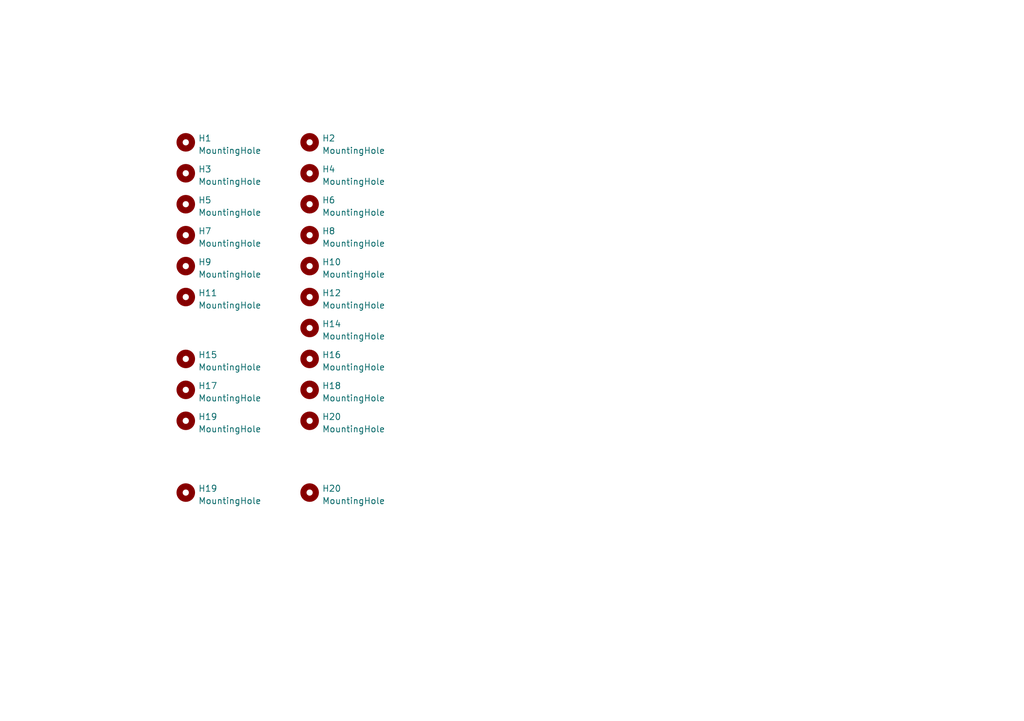
<source format=kicad_sch>
(kicad_sch (version 20231120) (generator "eeschema") (generator_version "8.0")
  (paper "A5")
  (lib_symbols
    (symbol "Mechanical:MountingHole" (pin_names (offset 1.016))
      (property "Reference" "H" (at 0 5.08 0))
      (property "Value" "MountingHole" (at 0 3.175 0))
      (symbol "MountingHole_0_1"
        (circle (center 0 0) (radius 1.27) (stroke (width 1.27)))
      )
    )
  )
  (symbol (lib_id "Mechanical:MountingHole") (at 63.5 73.66 0) (unit 1)
    (property "Reference" "H16" (at 66.04 72.8253 0) (effects (justify left)))
    (property "Value" "MountingHole" (at 66.04 75.3622 0) (effects (justify left)))
    (property "Footprint" "cipulot_parts:HOLE_M2 (no arrow)" (effects (hide yes)))
    (instances (project "the-nicholas-van" (path "" (reference "H16") (unit 1)) (path "" (reference "H16") (unit 1))) (project "travaulta" (path "" (reference "H16") (unit 1))) (project "pandemonium EC 2 Layer" (path "" (reference "H16") (unit 1))) (project "EC60" (path "" (reference "H1") (unit 1))) (project "forti EC" (path "" (reference "H16") (unit 1))))
  )
  (symbol (lib_id "Mechanical:MountingHole") (at 38.1 86.36 0) (unit 1)
    (property "Reference" "H19" (at 40.64 85.5253 0) (effects (justify left)))
    (property "Value" "MountingHole" (at 40.64 88.0622 0) (effects (justify left)))
    (property "Footprint" "cipulot_parts:HOLE_M2 (no arrow)" (effects (hide yes)))
    (instances (project "the-nicholas-van" (path "" (reference "H19") (unit 1)) (path "" (reference "H19") (unit 1))) (project "travaulta" (path "" (reference "H5") (unit 1))) (project "pandemonium EC 2 Layer" (path "" (reference "H19") (unit 1))) (project "EC60" (path "" (reference "H1") (unit 1))) (project "forti EC" (path "" (reference "H19") (unit 1))))
  )
  (symbol (lib_id "Mechanical:MountingHole") (at 38.1 60.96 0) (unit 1)
    (property "Reference" "H11" (at 40.64 60.1253 0) (effects (justify left)))
    (property "Value" "MountingHole" (at 40.64 62.6622 0) (effects (justify left)))
    (property "Footprint" "cipulot_parts:HOLE_M2 (no arrow)" (effects (hide yes)))
    (instances (project "the-nicholas-van" (path "" (reference "H11") (unit 1)) (path "" (reference "H11") (unit 1))) (project "travaulta" (path "" (reference "H6") (unit 1))) (project "pandemonium EC 2 Layer" (path "" (reference "H11") (unit 1))) (project "EC60" (path "" (reference "H1") (unit 1))) (project "forti EC" (path "" (reference "H11") (unit 1))))
  )
  (symbol (lib_id "Mechanical:MountingHole") (at 38.1 73.66 0) (unit 1)
    (property "Reference" "H15" (at 40.64 72.8253 0) (effects (justify left)))
    (property "Value" "MountingHole" (at 40.64 75.3622 0) (effects (justify left)))
    (property "Footprint" "cipulot_parts:HOLE_M2 (no arrow)" (effects (hide yes)))
    (instances (project "the-nicholas-van" (path "" (reference "H15") (unit 1)) (path "" (reference "H15") (unit 1))) (project "travaulta" (path "" (reference "H8") (unit 1))) (project "pandemonium EC 2 Layer" (path "" (reference "H15") (unit 1))) (project "EC60" (path "" (reference "H1") (unit 1))) (project "forti EC" (path "" (reference "H15") (unit 1))))
  )
  (symbol (lib_id "Mechanical:MountingHole") (at 63.5 60.96 0) (unit 1)
    (property "Reference" "H12" (at 66.04 60.1253 0) (effects (justify left)))
    (property "Value" "MountingHole" (at 66.04 62.6622 0) (effects (justify left)))
    (property "Footprint" "cipulot_parts:HOLE_M2 (no arrow)" (effects (hide yes)))
    (instances (project "the-nicholas-van" (path "" (reference "H12") (unit 1)) (path "" (reference "H12") (unit 1))) (project "travaulta" (path "" (reference "H14") (unit 1))) (project "pandemonium EC 2 Layer" (path "" (reference "H12") (unit 1))) (project "EC60" (path "" (reference "H1") (unit 1))) (project "forti EC" (path "" (reference "H12") (unit 1))))
  )
  (symbol (lib_id "Mechanical:MountingHole") (at 38.1 54.61 0) (unit 1)
    (property "Reference" "H9" (at 40.64 53.7753 0) (effects (justify left)))
    (property "Value" "MountingHole" (at 40.64 56.3122 0) (effects (justify left)))
    (property "Footprint" "cipulot_parts:HOLE_M2 (no arrow)" (effects (hide yes)))
    (instances (project "the-nicholas-van" (path "" (reference "H9") (unit 1)) (path "" (reference "H9") (unit 1))) (project "travaulta" (path "" (reference "H5") (unit 1))) (project "pandemonium EC 2 Layer" (path "" (reference "H9") (unit 1))) (project "EC60" (path "" (reference "H1") (unit 1))) (project "forti EC" (path "" (reference "H9") (unit 1))))
  )
  (symbol (lib_id "Mechanical:MountingHole") (at 63.5 101.092 0) (unit 1)
    (property "Reference" "H20" (at 66.04 100.2573 0) (effects (justify left)))
    (property "Value" "MountingHole" (at 66.04 102.7942 0) (effects (justify left)))
    (property "Footprint" "cipulot_parts:HOLE_M2 (no arrow)" (effects (hide yes)))
    (instances (project "the-nicholas-van" (path "" (reference "H20") (unit 1)) (path "" (reference "H20") (unit 1))) (project "travaulta" (path "" (reference "H13") (unit 1))) (project "pandemonium EC 2 Layer" (path "" (reference "H24") (unit 1))) (project "EC60" (path "" (reference "H1") (unit 1))) (project "forti EC" (path "" (reference "H20") (unit 1))))
  )
  (symbol (lib_id "Mechanical:MountingHole") (at 63.5 86.36 0) (unit 1)
    (property "Reference" "H20" (at 66.04 85.5253 0) (effects (justify left)))
    (property "Value" "MountingHole" (at 66.04 88.0622 0) (effects (justify left)))
    (property "Footprint" "cipulot_parts:HOLE_M2 (no arrow)" (effects (hide yes)))
    (instances (project "the-nicholas-van" (path "" (reference "H20") (unit 1)) (path "" (reference "H20") (unit 1))) (project "travaulta" (path "" (reference "H13") (unit 1))) (project "pandemonium EC 2 Layer" (path "" (reference "H20") (unit 1))) (project "EC60" (path "" (reference "H1") (unit 1))) (project "forti EC" (path "" (reference "H20") (unit 1))))
  )
  (symbol (lib_id "Mechanical:MountingHole") (at 63.5 80.01 0) (unit 1)
    (property "Reference" "H18" (at 66.04 79.1753 0) (effects (justify left)))
    (property "Value" "MountingHole" (at 66.04 81.7122 0) (effects (justify left)))
    (property "Footprint" "cipulot_parts:HOLE_M2 (no arrow)" (effects (hide yes)))
    (instances (project "the-nicholas-van" (path "" (reference "H18") (unit 1)) (path "" (reference "H18") (unit 1))) (project "travaulta" (path "" (reference "H17") (unit 1))) (project "pandemonium EC 2 Layer" (path "" (reference "H18") (unit 1))) (project "EC60" (path "" (reference "H1") (unit 1))) (project "forti EC" (path "" (reference "H18") (unit 1))))
  )
  (symbol (lib_id "Mechanical:MountingHole") (at 63.5 35.56 0) (unit 1)
    (property "Reference" "H4" (at 66.04 34.7253 0) (effects (justify left)))
    (property "Value" "MountingHole" (at 66.04 37.2622 0) (effects (justify left)))
    (property "Footprint" "cipulot_parts:HOLE_M2 (no arrow)" (effects (hide yes)))
    (instances (project "the-nicholas-van" (path "" (reference "H4") (unit 1)) (path "" (reference "H4") (unit 1))) (project "travaulta" (path "" (reference "H10") (unit 1))) (project "pandemonium EC 2 Layer" (path "" (reference "H4") (unit 1))) (project "EC60" (path "" (reference "H1") (unit 1))) (project "forti EC" (path "" (reference "H4") (unit 1))))
  )
  (symbol (lib_id "Mechanical:MountingHole") (at 38.1 29.21 0) (unit 1)
    (property "Reference" "H1" (at 40.64 28.3753 0) (effects (justify left)))
    (property "Value" "MountingHole" (at 40.64 30.9122 0) (effects (justify left)))
    (property "Footprint" "cipulot_parts:HOLE_M2 (no arrow)" (effects (hide yes)))
  )
  (symbol (lib_id "Mechanical:MountingHole") (at 63.5 54.61 0) (unit 1)
    (property "Reference" "H10" (at 66.04 53.7753 0) (effects (justify left)))
    (property "Value" "MountingHole" (at 66.04 56.3122 0) (effects (justify left)))
    (property "Footprint" "cipulot_parts:HOLE_M2 (no arrow)" (effects (hide yes)))
    (instances (project "the-nicholas-van" (path "" (reference "H10") (unit 1)) (path "" (reference "H10") (unit 1))) (project "travaulta" (path "" (reference "H13") (unit 1))) (project "pandemonium EC 2 Layer" (path "" (reference "H10") (unit 1))) (project "EC60" (path "" (reference "H1") (unit 1))) (project "forti EC" (path "" (reference "H10") (unit 1))))
  )
  (symbol (lib_id "Mechanical:MountingHole") (at 63.5 67.31 0) (unit 1)
    (property "Reference" "H14" (at 66.04 66.4753 0) (effects (justify left)))
    (property "Value" "MountingHole" (at 66.04 69.0122 0) (effects (justify left)))
    (property "Footprint" "cipulot_parts:HOLE_M2 (no arrow)" (effects (hide yes)))
    (instances (project "the-nicholas-van" (path "" (reference "H14") (unit 1)) (path "" (reference "H14") (unit 1))) (project "travaulta" (path "" (reference "H15") (unit 1))) (project "pandemonium EC 2 Layer" (path "" (reference "H14") (unit 1))) (project "EC60" (path "" (reference "H1") (unit 1))) (project "forti EC" (path "" (reference "H14") (unit 1))))
  )
  (symbol (lib_id "Mechanical:MountingHole") (at 63.5 29.21 0) (unit 1)
    (property "Reference" "H2" (at 66.04 28.3753 0) (effects (justify left)))
    (property "Value" "MountingHole" (at 66.04 30.9122 0) (effects (justify left)))
    (property "Footprint" "cipulot_parts:HOLE_M2 (no arrow)" (effects (hide yes)))
    (instances (project "the-nicholas-van" (path "" (reference "H2") (unit 1)) (path "" (reference "H2") (unit 1))) (project "travaulta" (path "" (reference "H9") (unit 1))) (project "pandemonium EC 2 Layer" (path "" (reference "H2") (unit 1))) (project "EC60" (path "" (reference "H1") (unit 1))) (project "forti EC" (path "" (reference "H2") (unit 1))))
  )
  (symbol (lib_id "Mechanical:MountingHole") (at 38.1 80.01 0) (unit 1)
    (property "Reference" "H17" (at 40.64 79.1753 0) (effects (justify left)))
    (property "Value" "MountingHole" (at 40.64 81.7122 0) (effects (justify left)))
    (property "Footprint" "cipulot_parts:HOLE_M2 (no arrow)" (effects (hide yes)))
    (instances (project "the-nicholas-van" (path "" (reference "H17") (unit 1)) (path "" (reference "H17") (unit 1))) (project "travaulta" (path "" (reference "H17") (unit 1))) (project "pandemonium EC 2 Layer" (path "" (reference "H17") (unit 1))) (project "EC60" (path "" (reference "H1") (unit 1))) (project "forti EC" (path "" (reference "H17") (unit 1))))
  )
  (symbol (lib_id "Mechanical:MountingHole") (at 38.1 35.56 0) (unit 1)
    (property "Reference" "H3" (at 40.64 34.7253 0) (effects (justify left)))
    (property "Value" "MountingHole" (at 40.64 37.2622 0) (effects (justify left)))
    (property "Footprint" "cipulot_parts:HOLE_M2 (no arrow)" (effects (hide yes)))
    (instances (project "the-nicholas-van" (path "" (reference "H3") (unit 1)) (path "" (reference "H3") (unit 1))) (project "travaulta" (path "" (reference "H2") (unit 1))) (project "pandemonium EC 2 Layer" (path "" (reference "H3") (unit 1))) (project "EC60" (path "" (reference "H1") (unit 1))) (project "forti EC" (path "" (reference "H3") (unit 1))))
  )
  (symbol (lib_id "Mechanical:MountingHole") (at 63.5 41.91 0) (unit 1)
    (property "Reference" "H6" (at 66.04 41.0753 0) (effects (justify left)))
    (property "Value" "MountingHole" (at 66.04 43.6122 0) (effects (justify left)))
    (property "Footprint" "cipulot_parts:HOLE_M2 (no arrow)" (effects (hide yes)))
    (instances (project "the-nicholas-van" (path "" (reference "H6") (unit 1)) (path "" (reference "H6") (unit 1))) (project "travaulta" (path "" (reference "H11") (unit 1))) (project "pandemonium EC 2 Layer" (path "" (reference "H6") (unit 1))) (project "EC60" (path "" (reference "H1") (unit 1))) (project "forti EC" (path "" (reference "H6") (unit 1))))
  )
  (symbol (lib_id "Mechanical:MountingHole") (at 38.1 101.092 0) (unit 1)
    (property "Reference" "H19" (at 40.64 100.2573 0) (effects (justify left)))
    (property "Value" "MountingHole" (at 40.64 102.7942 0) (effects (justify left)))
    (property "Footprint" "cipulot_parts:HOLE_M2 (no arrow)" (effects (hide yes)))
    (instances (project "the-nicholas-van" (path "" (reference "H19") (unit 1)) (path "" (reference "H19") (unit 1))) (project "travaulta" (path "" (reference "H5") (unit 1))) (project "pandemonium EC 2 Layer" (path "" (reference "H23") (unit 1))) (project "EC60" (path "" (reference "H1") (unit 1))) (project "forti EC" (path "" (reference "H19") (unit 1))))
  )
  (symbol (lib_id "Mechanical:MountingHole") (at 63.5 48.26 0) (unit 1)
    (property "Reference" "H8" (at 66.04 47.4253 0) (effects (justify left)))
    (property "Value" "MountingHole" (at 66.04 49.9622 0) (effects (justify left)))
    (property "Footprint" "cipulot_parts:HOLE_M2 (no arrow)" (effects (hide yes)))
    (instances (project "the-nicholas-van" (path "" (reference "H8") (unit 1)) (path "" (reference "H8") (unit 1))) (project "travaulta" (path "" (reference "H12") (unit 1))) (project "pandemonium EC 2 Layer" (path "" (reference "H8") (unit 1))) (project "EC60" (path "" (reference "H1") (unit 1))) (project "forti EC" (path "" (reference "H8") (unit 1))))
  )
  (symbol (lib_id "Mechanical:MountingHole") (at 38.1 41.91 0) (unit 1)
    (property "Reference" "H5" (at 40.64 41.0753 0) (effects (justify left)))
    (property "Value" "MountingHole" (at 40.64 43.6122 0) (effects (justify left)))
    (property "Footprint" "cipulot_parts:HOLE_M2 (no arrow)" (effects (hide yes)))
    (instances (project "the-nicholas-van" (path "" (reference "H5") (unit 1)) (path "" (reference "H5") (unit 1))) (project "travaulta" (path "" (reference "H3") (unit 1))) (project "pandemonium EC 2 Layer" (path "" (reference "H5") (unit 1))) (project "EC60" (path "" (reference "H1") (unit 1))) (project "forti EC" (path "" (reference "H5") (unit 1))))
  )
  (symbol (lib_id "Mechanical:MountingHole") (at 38.1 48.26 0) (unit 1)
    (property "Reference" "H7" (at 40.64 47.4253 0) (effects (justify left)))
    (property "Value" "MountingHole" (at 40.64 49.9622 0) (effects (justify left)))
    (property "Footprint" "cipulot_parts:HOLE_M2 (no arrow)" (effects (hide yes)))
    (instances (project "the-nicholas-van" (path "" (reference "H7") (unit 1)) (path "" (reference "H7") (unit 1))) (project "travaulta" (path "" (reference "H4") (unit 1))) (project "pandemonium EC 2 Layer" (path "" (reference "H7") (unit 1))) (project "EC60" (path "" (reference "H1") (unit 1))) (project "forti EC" (path "" (reference "H7") (unit 1))))
  )
)
</source>
